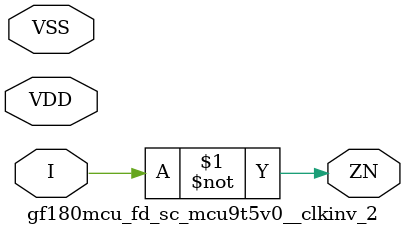
<source format=v>

module gf180mcu_fd_sc_mcu9t5v0__clkinv_2( I, ZN, VDD, VSS );
input I;
inout VDD, VSS;
output ZN;

	not MGM_BG_0( ZN, I );

endmodule

</source>
